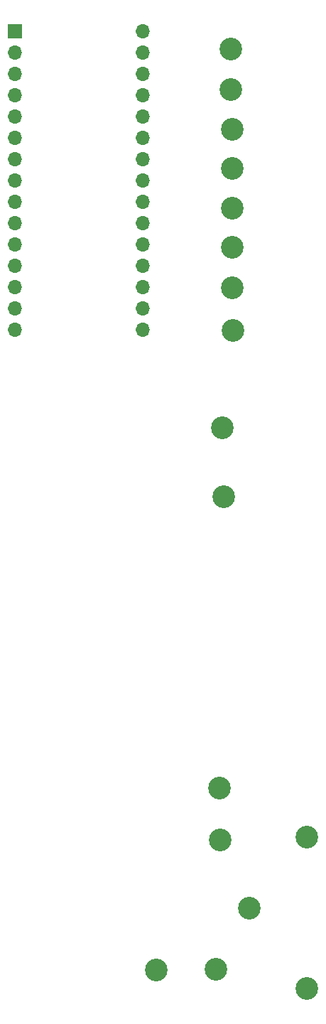
<source format=gbr>
%TF.GenerationSoftware,KiCad,Pcbnew,5.1.6-c6e7f7d~87~ubuntu18.04.1*%
%TF.CreationDate,2021-02-12T17:03:38+13:00*%
%TF.ProjectId,Volume Control Ultimate 2 Feb9,566f6c75-6d65-4204-936f-6e74726f6c20,rev?*%
%TF.SameCoordinates,Original*%
%TF.FileFunction,Soldermask,Bot*%
%TF.FilePolarity,Negative*%
%FSLAX46Y46*%
G04 Gerber Fmt 4.6, Leading zero omitted, Abs format (unit mm)*
G04 Created by KiCad (PCBNEW 5.1.6-c6e7f7d~87~ubuntu18.04.1) date 2021-02-12 17:03:38*
%MOMM*%
%LPD*%
G01*
G04 APERTURE LIST*
%ADD10R,1.700000X1.700000*%
%ADD11O,1.700000X1.700000*%
%ADD12C,2.700000*%
G04 APERTURE END LIST*
D10*
%TO.C,A1*%
X85090000Y-50419000D03*
D11*
X100330000Y-83439000D03*
X85090000Y-52959000D03*
X100330000Y-80899000D03*
X85090000Y-55499000D03*
X100330000Y-78359000D03*
X85090000Y-58039000D03*
X100330000Y-75819000D03*
X85090000Y-60579000D03*
X100330000Y-73279000D03*
X85090000Y-63119000D03*
X100330000Y-70739000D03*
X85090000Y-65659000D03*
X100330000Y-68199000D03*
X85090000Y-68199000D03*
X100330000Y-65659000D03*
X85090000Y-70739000D03*
X100330000Y-63119000D03*
X85090000Y-73279000D03*
X100330000Y-60579000D03*
X85090000Y-75819000D03*
X100330000Y-58039000D03*
X85090000Y-78359000D03*
X100330000Y-55499000D03*
X85090000Y-80899000D03*
X100330000Y-52959000D03*
X85090000Y-83439000D03*
X100330000Y-50419000D03*
X85090000Y-85979000D03*
X100330000Y-85979000D03*
%TD*%
D12*
%TO.C,J1*%
X111125000Y-86106000D03*
%TD*%
%TO.C,J2*%
X110998000Y-81026000D03*
%TD*%
%TO.C,J3*%
X110998000Y-76200000D03*
%TD*%
%TO.C,J4*%
X110998000Y-71501000D03*
%TD*%
%TO.C,J5*%
X110998000Y-66802000D03*
%TD*%
%TO.C,J6*%
X110998000Y-62103000D03*
%TD*%
%TO.C,J7*%
X110871000Y-57404000D03*
%TD*%
%TO.C,J8*%
X110871000Y-52578000D03*
%TD*%
%TO.C,J9*%
X109982000Y-105918000D03*
%TD*%
%TO.C,J10*%
X109855000Y-97663000D03*
%TD*%
%TO.C,J11*%
X113030000Y-154940000D03*
%TD*%
%TO.C,J12*%
X119888000Y-146431000D03*
%TD*%
%TO.C,J13*%
X119888000Y-164465000D03*
%TD*%
%TO.C,J14*%
X109093000Y-162179000D03*
%TD*%
%TO.C,J15*%
X101981000Y-162306000D03*
%TD*%
%TO.C,J16*%
X109601000Y-146812000D03*
%TD*%
%TO.C,J17*%
X109474000Y-140589000D03*
%TD*%
M02*

</source>
